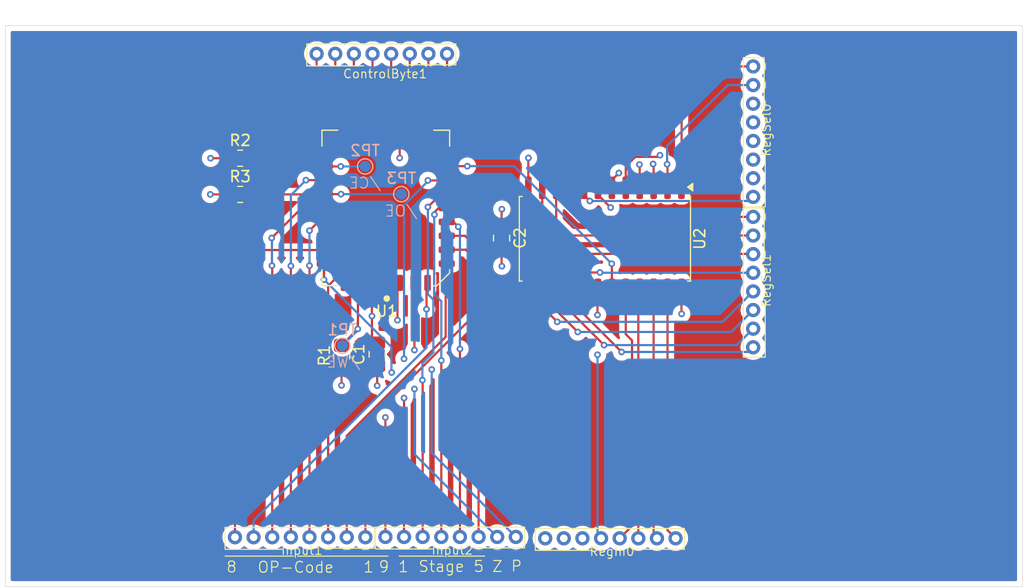
<source format=kicad_pcb>
(kicad_pcb (version 20241229) (generator "pcbnew") (generator_version "9.0")
  (layers (0 "F.Cu" signal) (4 "In1.Cu" signal) (6 "In2.Cu" signal) (2 "B.Cu" signal) (13 "F.Paste" user) (15 "B.Paste" user) (5 "F.SilkS" user "F.Silkscreen") (7 "B.SilkS" user "B.Silkscreen") (1 "F.Mask" user) (3 "B.Mask" user) (25 "Edge.Cuts" user))
  (net 0 "")
  (net 1 "ControlWord4")
  (net 2 "ControlWord7")
  (net 3 "OP_Code_7")
  (net 4 "OP_Code_5")
  (net 5 "ControlWord1")
  (net 6 "OP_Code_1")
  (net 7 "Stage_2")
  (net 9 "GND")
  (net 10 "OP_Code_4")
  (net 11 "Stage_5")
  (net 12 "{slash}CE")
  (net 13 "ControlWord5")
  (net 14 "Stage_1")
  (net 15 "Stage_4")
  (net 16 "{slash}WE")
  (net 17 "ZF")
  (net 18 "OP_Code_3")
  (net 19 "PM")
  (net 20 "Stage_3")
  (net 21 "ControlWord0")
  (net 22 "OP_Code_9")
  (net 23 "OP_Code_2")
  (net 24 "OP_Code_6")
  (net 25 "VCC")
  (net 26 "OP_Code_8")
  (net 27 "{slash}OE")
  (net 28 "ControlWord2")
  (net 29 "ControlWord3")
  (net 31 "ControlWord6")
  (net 32 "{slash}CLK")
  (net 33 "REG4")
  (net 35 "REG1")
  (net 38 "REG2")
  (net 39 "REG0")
  (net 40 "REG3")
  (net 41 "Net-(U2-Y4)")
  (net 42 "Net-(U2-Y1)")
  (net 43 "Net-(U2-Y2)")
  (net 44 "Net-(U2-Y3)")
  (net 45 "Net-(U2-Y0)")
  (net 46 "Net-(U2-Y6)")
  (net 47 "Net-(U2-Y7)")
  (net 48 "Net-(U2-Y5)")
  (net 49 "Net-(U2-Y14)")
  (net 50 "Net-(U2-Y8)")
  (net 51 "Net-(U2-Y10)")
  (net 52 "Net-(U2-Y13)")
  (net 53 "Net-(U2-Y9)")
  (net 54 "Net-(U2-Y11)")
  (net 55 "Net-(U2-Y15)")
  (net 56 "Net-(U2-Y12)")
  (footprint "Other:8 Bit Bus Small" (layer "F.Cu") (at 94.5 61.1 -90)
    (property "Reference" "ControlByte1" (at 1.825 -0.15 0) (layer "F.SilkS") (effects (font (size 0.8 0.8) (thickness 0.1))))
    (property "Value" "~")
    (fp_line (start -0.9 7) (end -0.9 -6.6) (stroke (width 0.1)) (layer "F.SilkS"))
    (fp_line (start 1.1 7) (end -0.9 7) (stroke (width 0.1)) (layer "F.SilkS"))
    (fp_line (start 1.1 1.8) (end 1.1 7) (stroke (width 0.1)) (layer "F.SilkS"))
    (fp_line (start -0.9 -6.6) (end 1 -6.6) (stroke (width 0.1)) (layer "F.SilkS"))
    (fp_line (start 1 -6.6) (end 1 -1.9) (stroke (width 0.1)) (layer "F.SilkS"))
    (pad "1" thru_hole circle (at 0 -5.8 270) (size 1.3 1.3) (drill 0.7) (layers "*.Cu" "*.Mask") (net 21 "ControlWord0"))
    (pad "2" thru_hole circle (at 0 -4.1 270) (size 1.3 1.3) (drill 0.7) (layers "*.Cu" "*.Mask") (net 5 "ControlWord1"))
    (pad "3" thru_hole circle (at 0 -2.4 270) (size 1.3 1.3) (drill 0.7) (layers "*.Cu" "*.Mask") (net 28 "ControlWord2"))
    (pad "4" thru_hole circle (at 0 -0.7 270) (size 1.3 1.3) (drill 0.7) (layers "*.Cu" "*.Mask") (net 29 "ControlWord3"))
    (pad "5" thru_hole circle (at 0 1 270) (size 1.3 1.3) (drill 0.7) (layers "*.Cu" "*.Mask") (net 1 "ControlWord4"))
    (pad "6" thru_hole circle (at 0 2.7 270) (size 1.3 1.3) (drill 0.7) (layers "*.Cu" "*.Mask") (net 13 "ControlWord5"))
    (pad "7" thru_hole circle (at 0 4.4 270) (size 1.3 1.3) (drill 0.7) (layers "*.Cu" "*.Mask") (net 31 "ControlWord6"))
    (pad "8" thru_hole circle (at 0 6.1 270) (size 1.3 1.3) (drill 0.7) (layers "*.Cu" "*.Mask") (net 2 "ControlWord7"))
  )
  (footprint "Package_SO:SOIC-24W_7.5x15.4mm_P1.27mm" (layer "F.Cu") (at 114.7 77.975 -90)
    (property "Reference" "U2" (at 0 -8.65 90) (layer "F.SilkS"))
    (property "Value" "~")
    (fp_line (start -3.86 7.81) (end -3.86 7.545) (stroke (width 0.12)) (layer "F.SilkS"))
    (fp_line (start 0 7.81) (end -3.86 7.81) (stroke (width 0.12)) (layer "F.SilkS"))
    (fp_line (start 0 7.81) (end 3.86 7.81) (stroke (width 0.12)) (layer "F.SilkS"))
    (fp_line (start 3.86 7.81) (end 3.86 7.545) (stroke (width 0.12)) (layer "F.SilkS"))
    (fp_line (start -3.86 -7.81) (end -3.86 -7.545) (stroke (width 0.12)) (layer "F.SilkS"))
    (fp_line (start 0 -7.81) (end -3.86 -7.81) (stroke (width 0.12)) (layer "F.SilkS"))
    (fp_line (start 0 -7.81) (end 3.86 -7.81) (stroke (width 0.12)) (layer "F.SilkS"))
    (fp_line (start 3.86 -7.81) (end 3.86 -7.545) (stroke (width 0.12)) (layer "F.SilkS"))
    (fp_poly (pts (xy -4.7125 -7.545) (xy -5.0525 -8.015) (xy -4.3725 -8.015)) (stroke (width 0.12)) (fill yes) (layer "F.SilkS"))
    (pad "1" smd roundrect (at -4.65 -6.985 270) (size 2.05 0.6) (layers "F.Cu" "F.Mask" "F.Paste") (net 45 "Net-(U2-Y0)"))
    (pad "2" smd roundrect (at -4.65 -5.715 270) (size 2.05 0.6) (layers "F.Cu" "F.Mask" "F.Paste") (net 42 "Net-(U2-Y1)"))
    (pad "3" smd roundrect (at -4.65 -4.445 270) (size 2.05 0.6) (layers "F.Cu" "F.Mask" "F.Paste") (net 43 "Net-(U2-Y2)"))
    (pad "4" smd roundrect (at -4.65 -3.175 270) (size 2.05 0.6) (layers "F.Cu" "F.Mask" "F.Paste") (net 44 "Net-(U2-Y3)"))
    (pad "5" smd roundrect (at -4.65 -1.905 270) (size 2.05 0.6) (layers "F.Cu" "F.Mask" "F.Paste") (net 41 "Net-(U2-Y4)"))
    (pad "6" smd roundrect (at -4.65 -0.635 270) (size 2.05 0.6) (layers "F.Cu" "F.Mask" "F.Paste") (net 48 "Net-(U2-Y5)"))
    (pad "7" smd roundrect (at -4.65 0.635 270) (size 2.05 0.6) (layers "F.Cu" "F.Mask" "F.Paste") (net 46 "Net-(U2-Y6)"))
    (pad "8" smd roundrect (at -4.65 1.905 270) (size 2.05 0.6) (layers "F.Cu" "F.Mask" "F.Paste") (net 47 "Net-(U2-Y7)"))
    (pad "9" smd roundrect (at -4.65 3.175 270) (size 2.05 0.6) (layers "F.Cu" "F.Mask" "F.Paste") (net 50 "Net-(U2-Y8)"))
    (pad "10" smd roundrect (at -4.65 4.445 270) (size 2.05 0.6) (layers "F.Cu" "F.Mask" "F.Paste") (net 53 "Net-(U2-Y9)"))
    (pad "11" smd roundrect (at -4.65 5.715 270) (size 2.05 0.6) (layers "F.Cu" "F.Mask" "F.Paste") (net 51 "Net-(U2-Y10)"))
    (pad "12" smd roundrect (at -4.65 6.985 270) (size 2.05 0.6) (layers "F.Cu" "F.Mask" "F.Paste") (net 9 "GND"))
    (pad "13" smd roundrect (at 4.65 6.985 270) (size 2.05 0.6) (layers "F.Cu" "F.Mask" "F.Paste") (net 54 "Net-(U2-Y11)"))
    (pad "14" smd roundrect (at 4.65 5.715 270) (size 2.05 0.6) (layers "F.Cu" "F.Mask" "F.Paste") (net 56 "Net-(U2-Y12)"))
    (pad "15" smd roundrect (at 4.65 4.445 270) (size 2.05 0.6) (layers "F.Cu" "F.Mask" "F.Paste") (net 52 "Net-(U2-Y13)"))
    (pad "16" smd roundrect (at 4.65 3.175 270) (size 2.05 0.6) (layers "F.Cu" "F.Mask" "F.Paste") (net 49 "Net-(U2-Y14)"))
    (pad "17" smd roundrect (at 4.65 1.905 270) (size 2.05 0.6) (layers "F.Cu" "F.Mask" "F.Paste") (net 55 "Net-(U2-Y15)"))
    (pad "18" smd roundrect (at 4.65 0.635 270) (size 2.05 0.6) (layers "F.Cu" "F.Mask" "F.Paste") (net 33 "REG4"))
    (pad "19" smd roundrect (at 4.65 -0.635 270) (size 2.05 0.6) (layers "F.Cu" "F.Mask" "F.Paste") (net 32 "{slash}CLK"))
    (pad "20" smd roundrect (at 4.65 -1.905 270) (size 2.05 0.6) (layers "F.Cu" "F.Mask" "F.Paste") (net 40 "REG3"))
    (pad "21" smd roundrect (at 4.65 -3.175 270) (size 2.05 0.6) (layers "F.Cu" "F.Mask" "F.Paste") (net 38 "REG2"))
    (pad "22" smd roundrect (at 4.65 -4.445 270) (size 2.05 0.6) (layers "F.Cu" "F.Mask" "F.Paste") (net 35 "REG1"))
    (pad "23" smd roundrect (at 4.65 -5.715 270) (size 2.05 0.6) (layers "F.Cu" "F.Mask" "F.Paste") (net 39 "REG0"))
    (pad "24" smd roundrect (at 4.65 -6.985 270) (size 2.05 0.6) (layers "F.Cu" "F.Mask" "F.Paste") (net 25 "VCC"))
  )
  (footprint "Other:8 Bit Bus Small" (layer "F.Cu") (at 115.35 105.3 -90)
    (property "Reference" "RegIn0" (at 1.2 0 0) (layer "F.SilkS") (effects (font (size 0.8 0.8) (thickness 0.1))))
    (property "Value" "~")
    (fp_line (start -0.9 7) (end -0.9 -6.6) (stroke (width 0.1)) (layer "F.SilkS"))
    (fp_line (start 1.1 7) (end -0.9 7) (stroke (width 0.1)) (layer "F.SilkS"))
    (fp_line (start 1.1 1.8) (end 1.1 7) (stroke (width 0.1)) (layer "F.SilkS"))
    (fp_line (start -0.9 -6.6) (end 1 -6.6) (stroke (width 0.1)) (layer "F.SilkS"))
    (fp_line (start 1 -6.6) (end 1 -1.9) (stroke (width 0.1)) (layer "F.SilkS"))
    (pad "1" thru_hole circle (at 0 -5.8 270) (size 1.3 1.3) (drill 0.7) (layers "*.Cu" "*.Mask") (net 39 "REG0"))
    (pad "2" thru_hole circle (at 0 -4.1 270) (size 1.3 1.3) (drill 0.7) (layers "*.Cu" "*.Mask") (net 35 "REG1"))
    (pad "3" thru_hole circle (at 0 -2.4 270) (size 1.3 1.3) (drill 0.7) (layers "*.Cu" "*.Mask") (net 38 "REG2"))
    (pad "4" thru_hole circle (at 0 -0.7 270) (size 1.3 1.3) (drill 0.7) (layers "*.Cu" "*.Mask") (net 40 "REG3"))
    (pad "5" thru_hole circle (at 0 1 270) (size 1.3 1.3) (drill 0.7) (layers "*.Cu" "*.Mask") (net 33 "REG4"))
    (pad "6" thru_hole circle (at 0 2.7 270) (size 1.3 1.3) (drill 0.7) (layers "*.Cu" "*.Mask"))
    (pad "7" thru_hole circle (at 0 4.4 270) (size 1.3 1.3) (drill 0.7) (layers "*.Cu" "*.Mask"))
    (pad "8" thru_hole circle (at 0 6.1 270) (size 1.3 1.3) (drill 0.7) (layers "*.Cu" "*.Mask"))
  )
  (footprint "Resistor_SMD:R_0805_2012Metric_Pad1.20x1.40mm_HandSolder" (layer "F.Cu") (at 90.675 88.7 -90)
    (property "Reference" "R1" (at -0.075 1.575 90) (layer "F.SilkS"))
    (property "Value" "330Ω")
    (fp_line (start -0.227064 0.735) (end 0.227064 0.735) (stroke (width 0.12)) (layer "F.SilkS"))
    (fp_line (start -0.227064 -0.735) (end 0.227064 -0.735) (stroke (width 0.12)) (layer "F.SilkS"))
    (pad "1" smd roundrect (at -1 0 270) (size 1.2 1.4) (layers "F.Cu" "F.Mask" "F.Paste") (roundrect_rratio 0.208333) (net 16 "{slash}WE"))
    (pad "2" smd roundrect (at 1 0 270) (size 1.2 1.4) (layers "F.Cu" "F.Mask" "F.Paste") (roundrect_rratio 0.208333) (net 25 "VCC"))
  )
  (footprint "Other:8 Bit Bus Small" (layer "F.Cu") (at 100.775 105.175 -90)
    (property "Reference" "Input2" (at 1.2 0 0) (layer "F.SilkS") (effects (font (size 0.8 0.8) (thickness 0.1))))
    (property "Value" "~")
    (fp_line (start -0.9 7) (end -0.9 -6.6) (stroke (width 0.1)) (layer "F.SilkS"))
    (fp_line (start 1.1 7) (end -0.9 7) (stroke (width 0.1)) (layer "F.SilkS"))
    (fp_line (start 1.1 1.8) (end 1.1 7) (stroke (width 0.1)) (layer "F.SilkS"))
    (fp_line (start -0.9 -6.6) (end 1 -6.6) (stroke (width 0.1)) (layer "F.SilkS"))
    (fp_line (start 1 -6.6) (end 1 -1.9) (stroke (width 0.1)) (layer "F.SilkS"))
    (pad "1" thru_hole circle (at 0 -5.8 270) (size 1.3 1.3) (drill 0.7) (layers "*.Cu" "*.Mask") (net 19 "PM"))
    (pad "2" thru_hole circle (at 0 -4.1 270) (size 1.3 1.3) (drill 0.7) (layers "*.Cu" "*.Mask") (net 17 "ZF"))
    (pad "3" thru_hole circle (at 0 -2.4 270) (size 1.3 1.3) (drill 0.7) (layers "*.Cu" "*.Mask") (net 11 "Stage_5"))
    (pad "4" thru_hole circle (at 0 -0.7 270) (size 1.3 1.3) (drill 0.7) (layers "*.Cu" "*.Mask") (net 15 "Stage_4"))
    (pad "5" thru_hole circle (at 0 1 270) (size 1.3 1.3) (drill 0.7) (layers "*.Cu" "*.Mask") (net 20 "Stage_3"))
    (pad "6" thru_hole circle (at 0 2.7 270) (size 1.3 1.3) (drill 0.7) (layers "*.Cu" "*.Mask") (net 7 "Stage_2"))
    (pad "7" thru_hole circle (at 0 4.4 270) (size 1.3 1.3) (drill 0.7) (layers "*.Cu" "*.Mask") (net 14 "Stage_1"))
    (pad "8" thru_hole circle (at 0 6.1 270) (size 1.3 1.3) (drill 0.7) (layers "*.Cu" "*.Mask") (net 22 "OP_Code_9"))
  )
  (footprint "Resistor_SMD:R_0805_2012Metric_Pad1.20x1.40mm_HandSolder" (layer "F.Cu") (at 81.425 70.625 180)
    (property "Reference" "R2" (at 0 1.625 0) (layer "F.SilkS"))
    (property "Value" "330Ω")
    (fp_line (start -0.227064 0.735) (end 0.227064 0.735) (stroke (width 0.12)) (layer "F.SilkS"))
    (fp_line (start -0.227064 -0.735) (end 0.227064 -0.735) (stroke (width 0.12)) (layer "F.SilkS"))
    (pad "1" smd roundrect (at -1 0 180) (size 1.2 1.4) (layers "F.Cu" "F.Mask" "F.Paste") (roundrect_rratio 0.208333) (net 12 "{slash}CE"))
    (pad "2" smd roundrect (at 1 0 180) (size 1.2 1.4) (layers "F.Cu" "F.Mask" "F.Paste") (roundrect_rratio 0.208333) (net 9 "GND"))
  )
  (footprint "Capacitor_SMD:C_0805_2012Metric_Pad1.18x1.45mm_HandSolder" (layer "F.Cu") (at 93.925 88.5125 90)
    (property "Reference" "C1" (at 0 -1.68 90) (layer "F.SilkS"))
    (property "Value" "0.1µF")
    (fp_line (start -0.261252 -0.735) (end 0.261252 -0.735) (stroke (width 0.12)) (layer "F.SilkS"))
    (fp_line (start -0.261252 0.735) (end 0.261252 0.735) (stroke (width 0.12)) (layer "F.SilkS"))
    (pad "1" smd roundrect (at -1.0375 0 90) (size 1.175 1.45) (layers "F.Cu" "F.Mask" "F.Paste") (roundrect_rratio 0.212766) (net 9 "GND"))
    (pad "2" smd roundrect (at 1.0375 0 90) (size 1.175 1.45) (layers "F.Cu" "F.Mask" "F.Paste") (roundrect_rratio 0.212766) (net 25 "VCC"))
  )
  (footprint "Other:8 Bit Bus Small" (layer "F.Cu") (at 128.225 68.05)
    (property "Reference" "RegSel0" (at 1.2 0 90) (layer "F.SilkS") (effects (font (size 0.8 0.8) (thickness 0.1))))
    (property "Value" "~")
    (fp_line (start -0.9 -6.6) (end 1 -6.6) (stroke (width 0.1)) (layer "F.SilkS"))
    (fp_line (start -0.9 7) (end -0.9 -6.6) (stroke (width 0.1)) (layer "F.SilkS"))
    (fp_line (start 1 -6.6) (end 1 -1.9) (stroke (width 0.1)) (layer "F.SilkS"))
    (fp_line (start 1.1 1.8) (end 1.1 7) (stroke (width 0.1)) (layer "F.SilkS"))
    (fp_line (start 1.1 7) (end -0.9 7) (stroke (width 0.1)) (layer "F.SilkS"))
    (pad "1" thru_hole circle (at 0 -5.8) (size 1.3 1.3) (drill 0.7) (layers "*.Cu" "*.Mask") (net 45 "Net-(U2-Y0)"))
    (pad "2" thru_hole circle (at 0 -4.1) (size 1.3 1.3) (drill 0.7) (layers "*.Cu" "*.Mask") (net 42 "Net-(U2-Y1)"))
    (pad "3" thru_hole circle (at 0 -2.4) (size 1.3 1.3) (drill 0.7) (layers "*.Cu" "*.Mask") (net 43 "Net-(U2-Y2)"))
    (pad "4" thru_hole circle (at 0 -0.7) (size 1.3 1.3) (drill 0.7) (layers "*.Cu" "*.Mask") (net 44 "Net-(U2-Y3)"))
    (pad "5" thru_hole circle (at 0 1) (size 1.3 1.3) (drill 0.7) (layers "*.Cu" "*.Mask") (net 41 "Net-(U2-Y4)"))
    (pad "6" thru_hole circle (at 0 2.7) (size 1.3 1.3) (drill 0.7) (layers "*.Cu" "*.Mask") (net 48 "Net-(U2-Y5)"))
    (pad "7" thru_hole circle (at 0 4.4) (size 1.3 1.3) (drill 0.7) (layers "*.Cu" "*.Mask") (net 46 "Net-(U2-Y6)"))
    (pad "8" thru_hole circle (at 0 6.1) (size 1.3 1.3) (drill 0.7) (layers "*.Cu" "*.Mask") (net 47 "Net-(U2-Y7)"))
  )
  (footprint "Package_LCC:PLCC-32_11.4x14.0mm_P1.27mm" (layer "F.Cu") (at 94.71 75.1625 180)
    (property "Reference" "U1" (at -0.09 -9.4125 0) (layer "F.SilkS"))
    (property "Value" "~")
    (fp_line (start 5.825 7.095) (end 5.825 5.64) (stroke (width 0.12)) (layer "F.SilkS"))
    (fp_line (start 5.825 -7.095) (end 5.825 -5.64) (stroke (width 0.12)) (layer "F.SilkS"))
    (fp_line (start 4.37 7.095) (end 5.825 7.095) (stroke (width 0.12)) (layer "F.SilkS"))
    (fp_line (start 4.37 -7.095) (end 5.825 -7.095) (stroke (width 0.12)) (layer "F.SilkS"))
    (fp_line (start -4.37 7.095) (end -5.825 7.095) (stroke (width 0.12)) (layer "F.SilkS"))
    (fp_line (start -4.37 -7.095) (end -4.652782 -7.095) (stroke (width 0.12)) (layer "F.SilkS"))
    (fp_line (start -4.652782 -7.095) (end -5.825 -5.922782) (stroke (width 0.12)) (layer "F.SilkS"))
    (fp_line (start -5.825 7.095) (end -5.825 5.64) (stroke (width 0.12)) (layer "F.SilkS"))
    (fp_line (start -5.825 -5.922782) (end -5.825 -5.64) (stroke (width 0.12)) (layer "F.SilkS"))
    (pad "1" smd roundrect (at 0 -6.8375 180) (size 0.6 1.475) (layers "F.Cu" "F.Mask" "F.Paste"))
    (pad "2" smd roundrect (at -1.27 -6.8375 180) (size 0.6 1.475) (layers "F.Cu" "F.Mask" "F.Paste") (net 19 "PM"))
    (pad "3" smd roundrect (at -2.54 -6.8375 180) (size 0.6 1.475) (layers "F.Cu" "F.Mask" "F.Paste") (net 17 "ZF"))
    (pad "4" smd roundrect (at -3.81 -6.8375 180) (size 0.6 1.475) (layers "F.Cu" "F.Mask" "F.Paste") (net 3 "OP_Code_7"))
    (pad "5" smd roundrect (at -5.5625 -5.08 180) (size 1.475 0.6) (layers "F.Cu" "F.Mask" "F.Paste") (net 23 "OP_Code_2"))
    (pad "6" smd roundrect (at -5.5625 -3.81 180) (size 1.475 0.6) (layers "F.Cu" "F.Mask" "F.Paste") (net 6 "OP_Code_1"))
    (pad "7" smd roundrect (at -5.5625 -2.54 180) (size 1.475 0.6) (layers "F.Cu" "F.Mask" "F.Paste") (net 11 "Stage_5"))
    (pad "8" smd roundrect (at -5.5625 -1.27 180) (size 1.475 0.6) (layers "F.Cu" "F.Mask" "F.Paste") (net 15 "Stage_4"))
    (pad "9" smd roundrect (at -5.5625 0 180) (size 1.475 0.6) (layers "F.Cu" "F.Mask" "F.Paste") (net 20 "Stage_3"))
    (pad "10" smd roundrect (at -5.5625 1.27 180) (size 1.475 0.6) (layers "F.Cu" "F.Mask" "F.Paste") (net 7 "Stage_2"))
    (pad "11" smd roundrect (at -5.5625 2.54 180) (size 1.475 0.6) (layers "F.Cu" "F.Mask" "F.Paste") (net 14 "Stage_1"))
    (pad "12" smd roundrect (at -5.5625 3.81 180) (size 1.475 0.6) (layers "F.Cu" "F.Mask" "F.Paste") (net 32 "{slash}CLK"))
    (pad "13" smd roundrect (at -5.5625 5.08 180) (size 1.475 0.6) (layers "F.Cu" "F.Mask" "F.Paste") (net 21 "ControlWord0"))
    (pad "14" smd roundrect (at -3.81 6.8375 180) (size 0.6 1.475) (layers "F.Cu" "F.Mask" "F.Paste") (net 5 "ControlWord1"))
    (pad "15" smd roundrect (at -2.54 6.8375 180) (size 0.6 1.475) (layers "F.Cu" "F.Mask" "F.Paste") (net 28 "ControlWord2"))
    (pad "16" smd roundrect (at -1.27 6.8375 180) (size 0.6 1.475) (layers "F.Cu" "F.Mask" "F.Paste") (net 9 "GND"))
    (pad "17" smd roundrect (at 0 6.8375 180) (size 0.6 1.475) (layers "F.Cu" "F.Mask" "F.Paste") (net 29 "ControlWord3"))
    (pad "18" smd roundrect (at 1.27 6.8375 180) (size 0.6 1.475) (layers "F.Cu" "F.Mask" "F.Paste") (net 1 "ControlWord4"))
    (pad "19" smd roundrect (at 2.54 6.8375 180) (size 0.6 1.475) (layers "F.Cu" "F.Mask" "F.Paste") (net 13 "ControlWord5"))
    (pad "20" smd roundrect (at 3.81 6.8375 180) (size 0.6 1.475) (layers "F.Cu" "F.Mask" "F.Paste") (net 31 "ControlWord6"))
    (pad "21" smd roundrect (at 5.5625 5.08 180) (size 1.475 0.6) (layers "F.Cu" "F.Mask" "F.Paste") (net 2 "ControlWord7"))
    (pad "22" smd roundrect (at 5.5625 3.81 180) (size 1.475 0.6) (layers "F.Cu" "F.Mask" "F.Paste") (net 12 "{slash}CE"))
    (pad "23" smd roundrect (at 5.5625 2.54 180) (size 1.475 0.6) (layers "F.Cu" "F.Mask" "F.Paste") (net 4 "OP_Code_5"))
    (pad "24" smd roundrect (at 5.5625 1.27 180) (size 1.475 0.6) (layers "F.Cu" "F.Mask" "F.Paste") (net 27 "{slash}OE"))
    (pad "25" smd roundrect (at 5.5625 0 180) (size 1.475 0.6) (layers "F.Cu" "F.Mask" "F.Paste") (net 24 "OP_Code_6"))
    (pad "26" smd roundrect (at 5.5625 -1.27 180) (size 1.475 0.6) (layers "F.Cu" "F.Mask" "F.Paste") (net 10 "OP_Code_4"))
    (pad "27" smd roundrect (at 5.5625 -2.54 180) (size 1.475 0.6) (layers "F.Cu" "F.Mask" "F.Paste") (net 18 "OP_Code_3"))
    (pad "28" smd roundrect (at 5.5625 -3.81 180) (size 1.475 0.6) (layers "F.Cu" "F.Mask" "F.Paste") (net 26 "OP_Code_8"))
    (pad "29" smd roundrect (at 5.5625 -5.08 180) (size 1.475 0.6) (layers "F.Cu" "F.Mask" "F.Paste") (net 22 "OP_Code_9"))
    (pad "30" smd roundrect (at 3.81 -6.8375 180) (size 0.6 1.475) (layers "F.Cu" "F.Mask" "F.Paste"))
    (pad "31" smd roundrect (at 2.54 -6.8375 180) (size 0.6 1.475) (layers "F.Cu" "F.Mask" "F.Paste") (net 16 "{slash}WE"))
    (pad "32" smd roundrect (at 1.27 -6.8375 180) (size 0.6 1.475) (layers "F.Cu" "F.Mask" "F.Paste") (net 25 "VCC"))
  )
  (footprint "Other:8 Bit Bus Small" (layer "F.Cu") (at 87.05 105.2 -90)
    (property "Reference" "Input1" (at 1.2 0 0) (layer "F.SilkS") (effects (font (size 0.8 0.8) (thickness 0.1))))
    (property "Value" "~")
    (fp_line (start -0.9 7) (end -0.9 -6.6) (stroke (width 0.1)) (layer "F.SilkS"))
    (fp_line (start 1.1 7) (end -0.9 7) (stroke (width 0.1)) (layer "F.SilkS"))
    (fp_line (start 1.1 1.8) (end 1.1 7) (stroke (width 0.1)) (layer "F.SilkS"))
    (fp_line (start -0.9 -6.6) (end 1 -6.6) (stroke (width 0.1)) (layer "F.SilkS"))
    (fp_line (start 1 -6.6) (end 1 -1.9) (stroke (width 0.1)) (layer "F.SilkS"))
    (pad "1" thru_hole circle (at 0 -5.8 270) (size 1.3 1.3) (drill 0.7) (layers "*.Cu" "*.Mask") (net 6 "OP_Code_1"))
    (pad "2" thru_hole circle (at 0 -4.1 270) (size 1.3 1.3) (drill 0.7) (layers "*.Cu" "*.Mask") (net 23 "OP_Code_2"))
    (pad "3" thru_hole circle (at 0 -2.4 270) (size 1.3 1.3) (drill 0.7) (layers "*.Cu" "*.Mask") (net 18 "OP_Code_3"))
    (pad "4" thru_hole circle (at 0 -0.7 270) (size 1.3 1.3) (drill 0.7) (layers "*.Cu" "*.Mask") (net 10 "OP_Code_4"))
    (pad "5" thru_hole circle (at 0 1 270) (size 1.3 1.3) (drill 0.7) (layers "*.Cu" "*.Mask") (net 4 "OP_Code_5"))
    (pad "6" thru_hole circle (at 0 2.7 270) (size 1.3 1.3) (drill 0.7) (layers "*.Cu" "*.Mask") (net 24 "OP_Code_6"))
    (pad "7" thru_hole circle (at 0 4.4 270) (size 1.3 1.3) (drill 0.7) (layers "*.Cu" "*.Mask") (net 3 "OP_Code_7"))
    (pad "8" thru_hole circle (at 0 6.1 270) (size 1.3 1.3) (drill 0.7) (layers "*.Cu" "*.Mask") (net 26 "OP_Code_8"))
  )
  (footprint "Capacitor_SMD:C_0805_2012Metric_Pad1.18x1.45mm_HandSolder" (layer "F.Cu") (at 105.275 77.9125 -90)
    (property "Reference" "C2" (at 0 -1.68 90) (layer "F.SilkS"))
    (property "Value" "0.1µF")
    (fp_line (start -0.261252 0.735) (end 0.261252 0.735) (stroke (width 0.12)) (layer "F.SilkS"))
    (fp_line (start -0.261252 -0.735) (end 0.261252 -0.735) (stroke (width 0.12)) (layer "F.SilkS"))
    (pad "1" smd roundrect (at -1.0375 0 270) (size 1.175 1.45) (layers "F.Cu" "F.Mask" "F.Paste") (roundrect_rratio 0.212766) (net 9 "GND"))
    (pad "2" smd roundrect (at 1.0375 0 270) (size 1.175 1.45) (layers "F.Cu" "F.Mask" "F.Paste") (roundrect_rratio 0.212766) (net 25 "VCC"))
  )
  (footprint "Resistor_SMD:R_0805_2012Metric_Pad1.20x1.40mm_HandSolder" (layer "F.Cu") (at 81.425 73.925 180)
    (property "Reference" "R3" (at 0 1.625 0) (layer "F.SilkS"))
    (property "Value" "330Ω")
    (fp_line (start -0.227064 0.735) (end 0.227064 0.735) (stroke (width 0.12)) (layer "F.SilkS"))
    (fp_line (start -0.227064 -0.735) (end 0.227064 -0.735) (stroke (width 0.12)) (layer "F.SilkS"))
    (pad "1" smd roundrect (at -1 0 180) (size 1.2 1.4) (layers "F.Cu" "F.Mask" "F.Paste") (roundrect_rratio 0.208333) (net 27 "{slash}OE"))
    (pad "2" smd roundrect (at 1 0 180) (size 1.2 1.4) (layers "F.Cu" "F.Mask" "F.Paste") (roundrect_rratio 0.208333) (net 9 "GND"))
  )
  (footprint "Other:8 Bit Bus Small" (layer "F.Cu") (at 128.225 81.775)
    (property "Reference" "RegSel1" (at 1.2 0 90) (layer "F.SilkS") (effects (font (size 0.8 0.8) (thickness 0.1))))
    (property "Value" "~")
    (fp_line (start -0.9 -6.6) (end 1 -6.6) (stroke (width 0.1)) (layer "F.SilkS"))
    (fp_line (start -0.9 7) (end -0.9 -6.6) (stroke (width 0.1)) (layer "F.SilkS"))
    (fp_line (start 1 -6.6) (end 1 -1.9) (stroke (width 0.1)) (layer "F.SilkS"))
    (fp_line (start 1.1 1.8) (end 1.1 7) (stroke (width 0.1)) (layer "F.SilkS"))
    (fp_line (start 1.1 7) (end -0.9 7) (stroke (width 0.1)) (layer "F.SilkS"))
    (pad "1" thru_hole circle (at 0 -5.8) (size 1.3 1.3) (drill 0.7) (layers "*.Cu" "*.Mask") (net 50 "Net-(U2-Y8)"))
    (pad "2" thru_hole circle (at 0 -4.1) (size 1.3 1.3) (drill 0.7) (layers "*.Cu" "*.Mask") (net 53 "Net-(U2-Y9)"))
    (pad "3" thru_hole circle (at 0 -2.4) (size 1.3 1.3) (drill 0.7) (layers "*.Cu" "*.Mask") (net 51 "Net-(U2-Y10)"))
    (pad "4" thru_hole circle (at 0 -0.7) (size 1.3 1.3) (drill 0.7) (layers "*.Cu" "*.Mask") (net 54 "Net-(U2-Y11)"))
    (pad "5" thru_hole circle (at 0 1) (size 1.3 1.3) (drill 0.7) (layers "*.Cu" "*.Mask") (net 56 "Net-(U2-Y12)"))
    (pad "6" thru_hole circle (at 0 2.7) (size 1.3 1.3) (drill 0.7) (layers "*.Cu" "*.Mask") (net 52 "Net-(U2-Y13)"))
    (pad "7" thru_hole circle (at 0 4.4) (size 1.3 1.3) (drill 0.7) (layers "*.Cu" "*.Mask") (net 49 "Net-(U2-Y14)"))
    (pad "8" thru_hole circle (at 0 6.1) (size 1.3 1.3) (drill 0.7) (layers "*.Cu" "*.Mask") (net 55 "Net-(U2-Y15)"))
  )
  (footprint "TestPoint:TestPoint_Pad_D1.0mm" (layer "B.Cu") (at 92.825 71.375 180)
    (property "Reference" "TP2" (at 0 1.448 0) (layer "B.SilkS") (effects (justify mirror)))
    (property "Value" "/CE")
    (fp_circle (center 0 0) (end 0 -0.7) (stroke (width 0.12)) (fill no) (layer "B.SilkS"))
    (pad "1" smd circle (at 0 0 180) (size 1 1) (layers "B.Cu" "B.Mask") (net 12 "{slash}CE"))
  )
  (footprint "TestPoint:TestPoint_Pad_D1.0mm" (layer "B.Cu") (at 90.75 87.725 180)
    (property "Reference" "TP1" (at 0 1.448 0) (layer "B.SilkS") (effects (justify mirror)))
    (property "Value" "/WE")
    (fp_circle (center 0 0) (end 0 -0.7) (stroke (width 0.12)) (fill no) (layer "B.SilkS"))
    (pad "1" smd circle (at 0 0 180) (size 1 1) (layers "B.Cu" "B.Mask") (net 16 "{slash}WE"))
  )
  (footprint "TestPoint:TestPoint_Pad_D1.0mm" (layer "B.Cu") (at 96.125 73.9 180)
    (property "Reference" "TP3" (at 0 1.448 0) (layer "B.SilkS") (effects (justify mirror)))
    (property "Value" "/OE")
    (fp_circle (center 0 0) (end 0 -0.7) (stroke (width 0.12)) (fill no) (layer "B.SilkS"))
    (pad "1" smd circle (at 0 0 180) (size 1 1) (layers "B.Cu" "B.Mask") (net 27 "{slash}OE"))
  )
  (gr_line (start 86.675 106.925) (end 94.9 106.925) (stroke (width 0.1)) (layer "F.SilkS"))
  (gr_circle (center 94.8 83.425) (end 95 83.575) (stroke (width 0.1)) (fill yes) (layer "F.SilkS"))
  (gr_line (start 100.375 106.925) (end 103.725 106.925) (stroke (width 0.1)) (layer "F.SilkS"))
  (gr_line (start 95.925 106.925) (end 100 106.925) (stroke (width 0.1)) (layer "F.SilkS"))
  (gr_line (start 80.05 106.925) (end 86.275 106.925) (stroke (width 0.1)) (layer "F.SilkS"))
  (gr_rect (start 60 58.525) (end 152.8 109.7) (stroke (width 0.05)) (fill no) (layer "Edge.Cuts"))
  (gr_text "9" (at 94 108.475 0) (layer "F.SilkS") (effects (font (size 1 1) (thickness 0.1)) (justify left bottom)))
  (gr_text "P" (at 106.075 108.425 0) (layer "F.SilkS") (effects (font (size 1 1) (thickness 0.1)) (justify left bottom)))
  (gr_text "8" (at 80.1 108.5 0) (layer "F.SilkS") (effects (font (size 1 1) (thickness 0.1)) (justify left bottom)))
  (gr_text "5" (at 102.65 108.45 0) (layer "F.SilkS") (effects (font (size 1 1) (thickness 0.1)) (justify left bottom)))
  (gr_text "Z" (at 104.35 108.45 0) (layer "F.SilkS") (effects (font (size 1 1) (thickness 0.1)) (justify left bottom)))
  (gr_text "1" (at 92.6 108.5 0) (layer "F.SilkS") (effects (font (size 1 1) (thickness 0.1)) (justify left bottom)))
  (gr_text "OP-Code" (at 82.95 108.525 0) (layer "F.SilkS") (effects (font (size 1 1) (thickness 0.1)) (justify left bottom)))
  (gr_text "1" (at 95.775 108.475 0) (layer "F.SilkS") (effects (font (size 1 1) (thickness 0.1)) (justify left bottom)))
  (gr_text "Stage" (at 97.625 108.45 0) (layer "F.SilkS") (effects (font (size 1 1) (thickness 0.1)) (justify left bottom)))
  (gr_text "/OE" (at 97.675 76.025 0) (layer "B.SilkS") (effects (font (size 1 1) (thickness 0.1)) (justify left bottom mirror)))
  (gr_text "/CE" (at 94.35 73.475 -0) (layer "B.SilkS") (effects (font (size 1 1) (thickness 0.1)) (justify left bottom mirror)))
  (gr_text "/WE" (at 92.475 89.802064 -0) (layer "B.SilkS") (effects (font (size 1 1) (thickness 0.1)) (justify left bottom mirror)))
  (segment (start 93.5 68.265) (end 93.44 68.325) (width 0.2) (layer "F.Cu") (net 1))
  (segment (start 93.5 61.1) (end 93.5 68.265) (width 0.2) (layer "F.Cu") (net 1))
  (segment (start 88.4 61.1) (end 88.4 69.335) (width 0.2) (layer "F.Cu") (net 2))
  (segment (start 88.4 69.335) (end 89.1475 70.0825) (width 0.2) (layer "F.Cu") (net 2))
  (segment (start 98.425 82.095) (end 98.52 82) (width 0.2) (layer "F.Cu") (net 3))
  (segment (start 98.425 84.4) (end 98.425 82.095) (width 0.2) (layer "F.Cu") (net 3))
  (segment (start 98.525 82.005) (end 98.52 82) (width 0.2) (layer "F.Cu") (net 3))
  (via (at 98.425 84.4) (size 0.6) (drill 0.3) (layers "F.Cu" "B.Cu") (net 3))
  (segment (start 82.65 103.675) (end 98.425 87.9) (width 0.2) (layer "B.Cu") (net 3))
  (segment (start 82.65 105.2) (end 82.65 103.675) (width 0.2) (layer "B.Cu") (net 3))
  (segment (start 98.425 87.9) (end 98.425 84.4) (width 0.2) (layer "B.Cu") (net 3))
  (segment (start 87.425 72.625) (end 89.145 72.625) (width 0.2) (layer "F.Cu") (net 4))
  (segment (start 86.05 105.2) (end 86.05 80.45) (width 0.2) (layer "F.Cu") (net 4))
  (segment (start 89.145 72.625) (end 89.1475 72.6225) (width 0.2) (layer "F.Cu") (net 4))
  (via (at 86.05 80.45) (size 0.6) (drill 0.3) (layers "F.Cu" "B.Cu") (net 4))
  (via (at 87.425 72.625) (size 0.6) (drill 0.3) (layers "F.Cu" "B.Cu") (net 4))
  (segment (start 86.05 80.45) (end 86.05 74) (width 0.2) (layer "B.Cu") (net 4))
  (segment (start 86.05 74) (end 87.425 72.625) (width 0.2) (layer "B.Cu") (net 4))
  (segment (start 98.6 68.245) (end 98.52 68.325) (width 0.2) (layer "F.Cu") (net 5))
  (segment (start 98.6 61.1) (end 98.6 68.245) (width 0.2) (layer "F.Cu") (net 5))
  (segment (start 100.2725 78.9725) (end 101.9975 78.9725) (width 0.2) (layer "F.Cu") (net 6))
  (segment (start 92.85 94.875) (end 92.85 105.2) (width 0.2) (layer "F.Cu") (net 6))
  (segment (start 102.675 79.65) (end 102.675 85.05) (width 0.2) (layer "F.Cu") (net 6))
  (segment (start 102.675 85.05) (end 92.85 94.875) (width 0.2) (layer "F.Cu") (net 6))
  (segment (start 101.9975 78.9725) (end 102.675 79.65) (width 0.2) (layer "F.Cu") (net 6))
  (segment (start 99.7325 73.8925) (end 100.2725 73.8925) (width 0.2) (layer "F.Cu") (net 7))
  (segment (start 98.075 90.9) (end 98.05 90.875) (width 0.2) (layer "F.Cu") (net 7))
  (segment (start 98.075 105.175) (end 98.075 90.9) (width 0.2) (layer "F.Cu") (net 7))
  (segment (start 98.55 75.075) (end 99.7325 73.8925) (width 0.2) (layer "F.Cu") (net 7))
  (via (at 98.05 90.875) (size 0.6) (drill 0.3) (layers "F.Cu" "B.Cu") (net 7))
  (via (at 98.55 75.075) (size 0.6) (drill 0.3) (layers "F.Cu" "B.Cu") (net 7))
  (segment (start 98.05 90.875) (end 98.05 89.325) (width 0.2) (layer "B.Cu") (net 7))
  (segment (start 98.55 83.025) (end 98.55 76.7) (width 0.2) (layer "B.Cu") (net 7))
  (segment (start 98.55 76.7) (end 98.55 75.075) (width 0.2) (layer "B.Cu") (net 7))
  (segment (start 98.05 89.325) (end 99.05 88.325) (width 0.2) (layer "B.Cu") (net 7))
  (segment (start 99.05 88.325) (end 99.05 83.525) (width 0.2) (layer "B.Cu") (net 7))
  (segment (start 99.05 83.525) (end 98.55 83.025) (width 0.2) (layer "B.Cu") (net 7))
  (segment (start 105.275 76.875) (end 105.275 75.3) (width 0.2) (layer "F.Cu") (net 9))
  (segment (start 93.925 89.55) (end 93.925 91.375) (width 0.2) (layer "F.Cu") (net 9))
  (segment (start 80.425 73.925) (end 78.7 73.925) (width 0.2) (layer "F.Cu") (net 9))
  (segment (start 107.715 70.61) (end 107.725 70.6) (width 0.2) (layer "F.Cu") (net 9))
  (segment (start 80.425 70.625) (end 78.725 70.625) (width 0.2) (layer "F.Cu") (net 9))
  (segment (start 95.98 70.595) (end 95.975 70.6) (width 0.2) (layer "F.Cu") (net 9))
  (segment (start 107.715 73.325) (end 107.715 70.61) (width 0.2) (layer "F.Cu") (net 9))
  (segment (start 105.275 75.3) (end 105.3 75.275) (width 0.2) (layer "F.Cu") (net 9))
  (segment (start 95.98 68.325) (end 95.98 70.595) (width 0.2) (layer "F.Cu") (net 9))
  (via (at 105.3 75.275) (size 0.6) (drill 0.3) (layers "F.Cu" "B.Cu") (net 9))
  (via (at 78.725 70.625) (size 0.6) (drill 0.3) (layers "F.Cu" "B.Cu") (net 9))
  (via (at 93.925 91.375) (size 0.6) (drill 0.3) (layers "F.Cu" "B.Cu") (net 9))
  (via (at 107.725 70.6) (size 0.6) (drill 0.3) (layers "F.Cu" "B.Cu") (net 9))
  (via (at 78.7 73.925) (size 0.6) (drill 0.3) (layers "F.Cu" "B.Cu") (net 9))
  (via (at 95.975 70.6) (size 0.6) (drill 0.3) (layers "F.Cu" "B.Cu") (net 9))
  (segment (start 89.1475 76.4325) (end 88.5425 76.4325) (width 0.2) (layer "F.Cu") (net 10))
  (segment (start 89.215 76.5) (end 89.1475 76.4325) (width 0.2) (layer "F.Cu") (net 10))
  (segment (start 88.5425 76.4325) (end 87.75 77.225) (width 0.2) (layer "F.Cu") (net 10))
  (segment (start 87.75 105.2) (end 87.75 80.425) (width 0.2) (layer "F.Cu") (net 10))
  (via (at 87.75 80.425) (size 0.6) (drill 0.3) (layers "F.Cu" "B.Cu") (net 10))
  (via (at 87.75 77.225) (size 0.6) (drill 0.3) (layers "F.Cu" "B.Cu") (net 10))
  (segment (start 87.75 80.425) (end 87.75 77.225) (width 0.2) (layer "B.Cu") (net 10))
  (segment (start 103.175 78.95) (end 101.9275 77.7025) (width 0.2) (layer "F.Cu") (net 11))
  (segment (start 103.175 105.175) (end 103.175 78.95) (width 0.2) (layer "F.Cu") (net 11))
  (segment (start 101.9275 77.7025) (end 100.2725 77.7025) (width 0.2) (layer "F.Cu") (net 11))
  (segment (start 89.17 71.375) (end 89.1475 71.3525) (width 0.2) (layer "F.Cu") (net 12))
  (segment (start 83.1525 71.3525) (end 82.425 70.625) (width 0.2) (layer "F.Cu") (net 12))
  (segment (start 90.6 71.375) (end 89.17 71.375) (width 0.2) (layer "F.Cu") (net 12))
  (segment (start 89.1475 71.3525) (end 83.1525 71.3525) (width 0.2) (layer "F.Cu") (net 12))
  (via (at 90.6 71.375) (size 0.6) (drill 0.3) (layers "F.Cu" "B.Cu") (net 12))
  (segment (start 92.825 71.375) (end 90.6 71.375) (width 0.2) (layer "B.Cu") (net 12))
  (segment (start 91.8 61.1) (end 91.8 67.955) (width 0.2) (layer "F.Cu") (net 13))
  (segment (start 91.8 67.955) (end 92.17 68.325) (width 0.2) (layer "F.Cu") (net 13))
  (segment (start 98.55 72.65) (end 100.245 72.65) (width 0.2) (layer "F.Cu") (net 14))
  (segment (start 96.375 105.175) (end 96.375 92.5) (width 0.2) (layer "F.Cu") (net 14))
  (segment (start 100.245 72.65) (end 100.2725 72.6225) (width 0.2) (layer "F.Cu") (net 14))
  (via (at 96.375 92.5) (size 0.6) (drill 0.3) (layers "F.Cu" "B.Cu") (net 14))
  (via (at 96.375 88.925) (size 0.6) (drill 0.3) (layers "F.Cu" "B.Cu") (net 14))
  (via (at 98.55 72.65) (size 0.6) (drill 0.3) (layers "F.Cu" "B.Cu") (net 14))
  (segment (start 96.375 74.9) (end 96.375 88.925) (width 0.2) (layer "B.Cu") (net 14))
  (segment (start 98.55 72.725) (end 96.375 74.9) (width 0.2) (layer "B.Cu") (net 14))
  (segment (start 98.55 72.65) (end 98.55 72.725) (width 0.2) (layer "B.Cu") (net 14))
  (segment (start 100.8825 76.4325) (end 100.2725 76.4325) (width 0.2) (layer "F.Cu") (net 15))
  (segment (start 101.325 76.875) (end 100.8825 76.4325) (width 0.2) (layer "F.Cu") (net 15))
  (segment (start 101.475 88.025) (end 101.475 105.175) (width 0.2) (layer "F.Cu") (net 15))
  (via (at 101.325 76.875) (size 0.6) (drill 0.3) (layers "F.Cu" "B.Cu") (net 15))
  (via (at 101.475 88.025) (size 0.6) (drill 0.3) (layers "F.Cu" "B.Cu") (net 15))
  (segment (start 101.475 77.025) (end 101.325 76.875) (width 0.2) (layer "B.Cu") (net 15))
  (segment (start 101.475 88.025) (end 101.475 77.025) (width 0.2) (layer "B.Cu") (net 15))
  (segment (start 92.15 86.2) (end 92.15 85.595) (width 0.2) (layer "F.Cu") (net 16))
  (segment (start 92.17 82) (end 92.17 85.575) (width 0.2) (layer "F.Cu") (net 16))
  (segment (start 92.15 85.595) (end 92.17 85.575) (width 0.2) (layer "F.Cu") (net 16))
  (segment (start 92.17 85.575) (end 92.17 86.205) (width 0.2) (layer "F.Cu") (net 16))
  (segment (start 92.17 86.205) (end 90.675 87.7) (width 0.2) (layer "F.Cu") (net 16))
  (via (at 92.15 86.2) (size 0.6) (drill 0.3) (layers "F.Cu" "B.Cu") (net 16))
  (segment (start 92.15 86.325) (end 92.15 86.2) (width 0.2) (layer "B.Cu") (net 16))
  (segment (start 90.75 87.725) (end 92.15 86.325) (width 0.2) (layer "B.Cu") (net 16))
  (segment (start 97.325 88.125) (end 97.325 82.075) (width 0.2) (layer "F.Cu") (net 17))
  (segment (start 97.325 82.075) (end 97.25 82) (width 0.2) (layer "F.Cu") (net 17))
  (via (at 97.325 88.125) (size 0.6) (drill 0.3) (layers "F.Cu" "B.Cu") (net 17))
  (via (at 97.325 91.675) (size 0.6) (drill 0.3) (layers "F.Cu" "B.Cu") (net 17))
  (segment (start 97.325 97.625) (end 97.325 91.675) (width 0.2) (layer "B.Cu") (net 17))
  (segment (start 104.875 105.175) (end 97.325 97.625) (width 0.2) (layer "B.Cu") (net 17))
  (segment (start 90.3 81.425) (end 90.3 78.525) (width 0.2) (layer "F.Cu") (net 18))
  (segment (start 90.3 78.525) (end 89.4775 77.7025) (width 0.2) (layer "F.Cu") (net 18))
  (segment (start 89.45 105.2) (end 89.45 82.275) (width 0.2) (layer "F.Cu") (net 18))
  (segment (start 89.4775 77.7025) (end 89.1475 77.7025) (width 0.2) (layer "F.Cu") (net 18))
  (segment (start 89.45 82.275) (end 90.3 81.425) (width 0.2) (layer "F.Cu") (net 18))
  (segment (start 89.195 77.75) (end 89.1475 77.7025) (width 0.2) (layer "F.Cu") (net 18))
  (segment (start 95.775 82.205) (end 95.98 82) (width 0.2) (layer "F.Cu") (net 19))
  (segment (start 95.775 85.4) (end 95.775 82.205) (width 0.2) (layer "F.Cu") (net 19))
  (via (at 95.775 85.4) (size 0.6) (drill 0.3) (layers "F.Cu" "B.Cu") (net 19))
  (via (at 98.9 89.9) (size 0.6) (drill 0.3) (layers "F.Cu" "B.Cu") (net 19))
  (segment (start 106.575 105.175) (end 98.9 97.5) (width 0.2) (layer "B.Cu") (net 19))
  (segment (start 98.9 97.5) (end 98.9 89.9) (width 0.2) (layer "B.Cu") (net 19))
  (segment (start 99.15 75.55) (end 99.5375 75.1625) (width 0.2) (layer "F.Cu") (net 20))
  (segment (start 99.15 75.775) (end 99.15 75.55) (width 0.2) (layer "F.Cu") (net 20))
  (segment (start 99.5375 75.1625) (end 100.2725 75.1625) (width 0.2) (layer "F.Cu") (net 20))
  (segment (start 99.775 105.175) (end 99.775 89.075) (width 0.2) (layer "F.Cu") (net 20))
  (via (at 99.15 75.775) (size 0.6) (drill 0.3) (layers "F.Cu" "B.Cu") (net 20))
  (via (at 99.775 89.075) (size 0.6) (drill 0.3) (layers "F.Cu" "B.Cu") (net 20))
  (segment (start 99.125 83.025) (end 99.125 75.8) (width 0.2) (layer "B.Cu") (net 20))
  (segment (start 99.775 89.075) (end 99.775 83.675) (width 0.2) (layer "B.Cu") (net 20))
  (segment (start 99.125 75.8) (end 99.15 75.775) (width 0.2) (layer "B.Cu") (net 20))
  (segment (start 99.775 83.675) (end 99.125 83.025) (width 0.2) (layer "B.Cu") (net 20))
  (segment (start 100.3 61.1) (end 100.3 70.055) (width 0.2) (layer "F.Cu") (net 21))
  (segment (start 100.3 70.055) (end 100.2725 70.0825) (width 0.2) (layer "F.Cu") (net 21))
  (segment (start 89.075 80.315) (end 89.1475 80.2425) (width 0.2) (layer "F.Cu") (net 22))
  (segment (start 89.075 81.7) (end 89.075 80.315) (width 0.2) (layer "F.Cu") (net 22))
  (segment (start 94.675 105.175) (end 94.675 94.275) (width 0.2) (layer "F.Cu") (net 22))
  (via (at 94.675 94.275) (size 0.6) (drill 0.3) (layers "F.Cu" "B.Cu") (net 22))
  (via (at 89.075 81.7) (size 0.6) (drill 0.3) (layers "F.Cu" "B.Cu") (net 22))
  (via (at 95.25 90.175) (size 0.6) (drill 0.3) (layers "F.Cu" "B.Cu") (net 22))
  (segment (start 95.25 90.175) (end 95.225 90.15) (width 0.2) (layer "B.Cu") (net 22))
  (segment (start 95.225 87.85) (end 89.075 81.7) (width 0.2) (layer "B.Cu") (net 22))
  (segment (start 95.225 90.15) (end 95.225 87.85) (width 0.2) (layer "B.Cu") (net 22))
  (segment (start 100.175 86.925) (end 100.175 80.34) (width 0.2) (layer "F.Cu") (net 23))
  (segment (start 100.7675 80.2425) (end 100.2725 80.2425) (width 0.2) (layer "F.Cu") (net 23))
  (segment (start 100.175 80.34) (end 100.2725 80.2425) (width 0.2) (layer "F.Cu") (net 23))
  (segment (start 91.15 105.2) (end 91.15 95.95) (width 0.2) (layer "F.Cu") (net 23))
  (segment (start 91.15 95.95) (end 100.175 86.925) (width 0.2) (layer "F.Cu") (net 23))
  (segment (start 87.0375 75.1625) (end 89.1475 75.1625) (width 0.2) (layer "F.Cu") (net 24))
  (segment (start 84.35 80.45) (end 84.325 80.425) (width 0.2) (layer "F.Cu") (net 24))
  (segment (start 84.3 77.9) (end 87.0375 75.1625) (width 0.2) (layer "F.Cu") (net 24))
  (segment (start 84.35 105.2) (end 84.35 80.45) (width 0.2) (layer "F.Cu") (net 24))
  (via (at 84.3 77.9) (size 0.6) (drill 0.3) (layers "F.Cu" "B.Cu") (net 24))
  (via (at 84.325 80.425) (size 0.6) (drill 0.3) (layers "F.Cu" "B.Cu") (net 24))
  (segment (start 84.325 80.425) (end 84.325 77.925) (width 0.2) (layer "B.Cu") (net 24))
  (segment (start 84.325 77.925) (end 84.3 77.9) (width 0.2) (layer "B.Cu") (net 24))
  (segment (start 90.675 89.7) (end 90.675 91.35) (width 0.2) (layer "F.Cu") (net 25))
  (segment (start 93.45 87) (end 93.925 87.475) (width 0.2) (layer "F.Cu") (net 25))
  (segment (start 105.275 80.45) (end 105.3 80.475) (width 0.2) (layer "F.Cu") (net 25))
  (segment (start 121.685 82.625) (end 121.685 84.81) (width 0.2) (layer "F.Cu") (net 25))
  (segment (start 93.44 85.015) (end 93.45 85.025) (width 0.2) (layer "F.Cu") (net 25))
  (segment (start 93.44 82) (end 93.44 85.015) (width 0.2) (layer "F.Cu") (net 25))
  (segment (start 93.44 86.99) (end 93.925 87.475) (width 0.2) (layer "F.Cu") (net 25))
  (segment (start 121.685 84.81) (end 121.7 84.825) (width 0.2) (layer "F.Cu") (net 25))
  (segment (start 105.275 78.95) (end 105.275 80.45) (width 0.2) (layer "F.Cu") (net 25))
  (segment (start 93.45 85.025) (end 93.45 87) (width 0.2) (layer "F.Cu") (net 25))
  (via (at 93.45 85.025) (size 0.6) (drill 0.3) (layers "F.Cu" "B.Cu") (net 25))
  (via (at 90.675 91.35) (size 0.6) (drill 0.3) (layers "F.Cu" "B.Cu") (net 25))
  (via (at 105.3 80.475) (size 0.6) (drill 0.3) (layers "F.Cu" "B.Cu") (net 25))
  (via (at 121.7 84.825) (size 0.6) (drill 0.3) (layers "F.Cu" "B.Cu") (net 25))
  (segment (start 80.95 105.2) (end 80.95 81.575) (width 0.2) (layer "F.Cu") (net 26))
  (segment (start 89.15 78.975) (end 89.1475 78.9725) (width 0.2) (layer "F.Cu") (net 26))
  (segment (start 89.12 79) (end 89.1475 78.9725) (width 0.2) (layer "F.Cu") (net 26))
  (segment (start 80.95 81.575) (end 83.525 79) (width 0.2) (layer "F.Cu") (net 26))
  (segment (start 83.525 79) (end 89.12 79) (width 0.2) (layer "F.Cu") (net 26))
  (segment (start 89.155 73.9) (end 89.1475 73.8925) (width 0.2) (layer "F.Cu") (net 27))
  (segment (start 82.425 73.925) (end 89.115 73.925) (width 0.2) (layer "F.Cu") (net 27))
  (segment (start 90.625 73.9) (end 89.155 73.9) (width 0.2) (layer "F.Cu") (net 27))
  (segment (start 89.115 73.925) (end 89.1475 73.8925) (width 0.2) (layer "F.Cu") (net 27))
  (via (at 90.625 73.9) (size 0.6) (drill 0.3) (layers "F.Cu" "B.Cu") (net 27))
  (segment (start 96.125 73.9) (end 90.625 73.9) (width 0.2) (layer "B.Cu") (net 27))
  (segment (start 96.9 67.975) (end 97.25 68.325) (width 0.2) (layer "F.Cu") (net 28))
  (segment (start 96.9 61.1) (end 96.9 67.975) (width 0.2) (layer "F.Cu") (net 28))
  (segment (start 95.2 61.1) (end 95.2 67.835) (width 0.2) (layer "F.Cu") (net 29))
  (segment (start 95.2 67.835) (end 94.71 68.325) (width 0.2) (layer "F.Cu") (net 29))
  (segment (start 90.1 61.1) (end 90.1 67.525) (width 0.2) (layer "F.Cu") (net 31))
  (segment (start 90.1 67.525) (end 90.9 68.325) (width 0.2) (layer "F.Cu") (net 31))
  (segment (start 115.335 82.625) (end 115.335 80.26) (width 0.2) (layer "F.Cu") (net 32))
  (segment (start 102.15 71.35) (end 100.275 71.35) (width 0.2) (layer "F.Cu") (net 32))
  (segment (start 100.275 71.35) (end 100.2725 71.3525) (width 0.2) (layer "F.Cu") (net 32))
  (segment (start 100.3 71.325) (end 100.2725 71.3525) (width 0.2) (layer "F.Cu") (net 32))
  (segment (start 115.335 80.26) (end 115.325 80.25) (width 0.2) (layer "F.Cu") (net 32))
  (via (at 102.15 71.35) (size 0.6) (drill 0.3) (layers "F.Cu" "B.Cu") (net 32))
  (via (at 115.325 80.25) (size 0.6) (drill 0.3) (layers "F.Cu" "B.Cu") (net 32))
  (segment (start 115.325 80.25) (end 106.425 71.35) (width 0.2) (layer "B.Cu") (net 32))
  (segment (start 106.425 71.35) (end 102.15 71.35) (width 0.2) (layer "B.Cu") (net 32))
  (segment (start 114.025 84.925) (end 114.025 82.665) (width 0.2) (layer "F.Cu") (net 33))
  (segment (start 114.025 82.665) (end 114.065 82.625) (width 0.2) (layer "F.Cu") (net 33))
  (via (at 114.025 84.925) (size 0.6) (drill 0.3) (layers "F.Cu" "B.Cu") (net 33))
  (via (at 114.025 88.55) (size 0.6) (drill 0.3) (layers "F.Cu" "B.Cu") (net 33))
  (segment (start 114.025 88.55) (end 114.025 104.975) (width 0.2) (layer "B.Cu") (net 33))
  (segment (start 114.025 104.975) (end 114.35 105.3) (width 0.2) (layer "B.Cu") (net 33))
  (segment (start 119.45 105.3) (end 119.145 104.995) (width 0.2) (layer "F.Cu") (net 35))
  (segment (start 119.145 104.995) (end 119.145 82.625) (width 0.2) (layer "F.Cu") (net 35))
  (segment (start 117.75 105.3) (end 117.75 82.75) (width 0.2) (layer "F.Cu") (net 38))
  (segment (start 117.75 82.75) (end 117.875 82.625) (width 0.2) (layer "F.Cu") (net 38))
  (segment (start 120.325 82.715) (end 120.415 82.625) (width 0.2) (layer "F.Cu") (net 39))
  (segment (start 121.15 105.3) (end 120.415 104.565) (width 0.2) (layer "F.Cu") (net 39))
  (segment (start 120.415 104.565) (end 120.415 82.625) (width 0.2) (layer "F.Cu") (net 39))
  (segment (start 116.605 86.68) (end 116.605 82.625) (width 0.2) (layer "F.Cu") (net 40))
  (segment (start 116.05 105.3) (end 117.175 104.175) (width 0.2) (layer "F.Cu") (net 40))
  (segment (start 117.175 104.175) (end 117.175 87.25) (width 0.2) (layer "F.Cu") (net 40))
  (segment (start 117.175 87.25) (end 116.605 86.68) (width 0.2) (layer "F.Cu") (net 40))
  (segment (start 119.575 70.5) (end 117.475 70.5) (width 0.2) (layer "F.Cu") (net 41))
  (segment (start 117.475 70.5) (end 116.605 71.37) (width 0.2) (layer "F.Cu") (net 41))
  (segment (start 116.605 71.37) (end 116.605 73.325) (width 0.2) (layer "F.Cu") (net 41))
  (segment (start 119.725 70.35) (end 119.575 70.5) (width 0.2) (layer "F.Cu") (net 41))
  (via (at 119.725 70.35) (size 0.6) (drill 0.3) (layers "F.Cu" "B.Cu") (net 41))
  (segment (start 120.415 71.215) (end 120.375 71.175) (width 0.2) (layer "F.Cu") (net 42))
  (segment (start 120.415 73.325) (end 120.415 71.215) (width 0.2) (layer "F.Cu") (net 42))
  (via (at 120.375 71.175) (size 0.6) (drill 0.3) (layers "F.Cu" "B.Cu") (net 42))
  (segment (start 120.375 71.175) (end 120.375 69.5) (width 0.2) (layer "B.Cu") (net 42))
  (segment (start 120.375 69.5) (end 125.925 63.95) (width 0.2) (layer "B.Cu") (net 42))
  (segment (start 125.925 63.95) (end 128.225 63.95) (width 0.2) (layer "B.Cu") (net 42))
  (segment (start 119.145 73.325) (end 119.145 71.195) (width 0.2) (layer "F.Cu") (net 43))
  (segment (start 119.145 71.195) (end 119.1 71.15) (width 0.2) (layer "F.Cu") (net 43))
  (via (at 119.1 71.15) (size 0.6) (drill 0.3) (layers "F.Cu" "B.Cu") (net 43))
  (segment (start 117.875 71.225) (end 117.875 73.325) (width 0.2) (layer "F.Cu") (net 44))
  (segment (start 117.85 71.2) (end 117.875 71.225) (width 0.2) (layer "F.Cu") (net 44))
  (via (at 117.85 71.2) (size 0.6) (drill 0.3) (layers "F.Cu" "B.Cu") (net 44))
  (segment (start 121.7 73.31) (end 121.7 65.975) (width 0.2) (layer "F.Cu") (net 45))
  (segment (start 121.685 73.325) (end 121.7 73.31) (width 0.2) (layer "F.Cu") (net 45))
  (segment (start 125.425 62.25) (end 128.225 62.25) (width 0.2) (layer "F.Cu") (net 45))
  (segment (start 121.7 65.975) (end 125.425 62.25) (width 0.2) (layer "F.Cu") (net 45))
  (segment (start 114.065 73.965) (end 114.065 73.325) (width 0.2) (layer "F.Cu") (net 46))
  (segment (start 115.225 75.125) (end 114.065 73.965) (width 0.2) (layer "F.Cu") (net 46))
  (via (at 115.225 75.125) (size 0.6) (drill 0.3) (layers "F.Cu" "B.Cu") (net 46))
  (segment (start 113.325 74.525) (end 112.795 73.995) (width 0.2) (layer "F.Cu") (net 47))
  (segment (start 112.795 73.995) (end 112.795 73.325) (width 0.2) (layer "F.Cu") (net 47))
  (via (at 113.325 74.525) (size 0.6) (drill 0.3) (layers "F.Cu" "B.Cu") (net 47))
  (segment (start 128.225 74.15) (end 127.85 74.525) (width 0.2) (layer "B.Cu") (net 47))
  (segment (start 127.85 74.525) (end 113.325 74.525) (width 0.2) (layer "B.Cu") (net 47))
  (segment (start 115.335 72.615) (end 115.335 73.325) (width 0.2) (layer "F.Cu") (net 48))
  (segment (start 115.975 71.975) (end 115.335 72.615) (width 0.2) (layer "F.Cu") (net 48))
  (via (at 115.975 71.975) (size 0.6) (drill 0.3) (layers "F.Cu" "B.Cu") (net 48))
  (segment (start 111.525 84.575) (end 111.525 82.625) (width 0.2) (layer "F.Cu") (net 49))
  (segment (start 114.625 87.675) (end 111.525 84.575) (width 0.2) (layer "F.Cu") (net 49))
  (via (at 114.625 87.675) (size 0.6) (drill 0.3) (layers "F.Cu" "B.Cu") (net 49))
  (segment (start 128.225 86.175) (end 126.725 87.675) (width 0.2) (layer "B.Cu") (net 49))
  (segment (start 126.725 87.675) (end 114.625 87.675) (width 0.2) (layer "B.Cu") (net 49))
  (segment (start 112.575 75.975) (end 111.525 74.925) (width 0.2) (layer "F.Cu") (net 50))
  (segment (start 111.525 74.925) (end 111.525 73.325) (width 0.2) (layer "F.Cu") (net 50))
  (segment (start 128.225 75.975) (end 112.575 75.975) (width 0.2) (layer "F.Cu") (net 50))
  (segment (start 110.1 79.35) (end 108.985 78.235) (width 0.2) (layer "F.Cu") (net 51))
  (segment (start 128.2 79.35) (end 110.1 79.35) (width 0.2) (layer "F.Cu") (net 51))
  (segment (start 128.225 79.375) (end 128.2 79.35) (width 0.2) (layer "F.Cu") (net 51))
  (segment (start 108.985 78.235) (end 108.985 73.325) (width 0.2) (layer "F.Cu") (net 51))
  (segment (start 112.225 86.475) (end 110.255 84.505) (width 0.2) (layer "F.Cu") (net 52))
  (segment (start 110.255 84.505) (end 110.255 82.625) (width 0.2) (layer "F.Cu") (net 52))
  (via (at 112.225 86.475) (size 0.6) (drill 0.3) (layers "F.Cu" "B.Cu") (net 52))
  (segment (start 112.225 86.475) (end 126.225 86.475) (width 0.2) (layer "B.Cu") (net 52))
  (segment (start 126.225 86.475) (end 128.225 84.475) (width 0.2) (layer "B.Cu") (net 52))
  (segment (start 110.255 76.405) (end 110.255 73.325) (width 0.2) (layer "F.Cu") (net 53))
  (segment (start 111.525 77.675) (end 110.255 76.405) (width 0.2) (layer "F.Cu") (net 53))
  (segment (start 128.225 77.675) (end 111.525 77.675) (width 0.2) (layer "F.Cu") (net 53))
  (segment (start 114.25 81.05) (end 108.475 81.05) (width 0.2) (layer "F.Cu") (net 54))
  (segment (start 107.715 81.81) (end 107.715 82.625) (width 0.2) (layer "F.Cu") (net 54))
  (segment (start 108.475 81.05) (end 107.715 81.81) (width 0.2) (layer "F.Cu") (net 54))
  (via (at 114.25 81.05) (size 0.6) (drill 0.3) (layers "F.Cu" "B.Cu") (net 54))
  (segment (start 114.25 81.05) (end 114.275 81.075) (width 0.2) (layer "B.Cu") (net 54))
  (segment (start 114.275 81.075) (end 128.225 81.075) (width 0.2) (layer "B.Cu") (net 54))
  (segment (start 112.75 82.67) (end 112.795 82.625) (width 0.2) (layer "F.Cu") (net 55))
  (segment (start 116.225 88.3) (end 112.75 84.825) (width 0.2) (layer "F.Cu") (net 55))
  (segment (start 112.75 84.825) (end 112.75 82.67) (width 0.2) (layer "F.Cu") (net 55))
  (via (at 116.225 88.3) (size 0.6) (drill 0.3) (layers "F.Cu" "B.Cu") (net 55))
  (segment (start 128.225 87.875) (end 127.8 88.3) (width 0.2) (layer "B.Cu") (net 55))
  (segment (start 127.8 88.3) (end 116.225 88.3) (width 0.2) (layer "B.Cu") (net 55))
  (segment (start 108.985 84.185) (end 108.985 82.625) (width 0.2) (layer "F.Cu") (net 56))
  (segment (start 110.35 85.55) (end 108.985 84.185) (width 0.2) (layer "F.Cu") (net 56))
  (via (at 110.35 85.55) (size 0.6) (drill 0.3) (layers "F.Cu" "B.Cu") (net 56))
  (segment (start 125.45 85.55) (end 110.35 85.55) (width 0.2) (layer "B.Cu") (net 56))
  (segment (start 128.225 82.775) (end 125.45 85.55) (width 0.2) (layer "B.Cu") (net 56))
  (zone (net 0) (net_name "") (layers "F.Cu" "B.Cu") (connect_pads (clearance 0.5)) (min_thickness 0.25) (fill yes (thermal_gap 0.5) (thermal_bridge_width 0.5) (island_removal_mode 1) (island_area_min 10))
    (polygon (pts (xy 59.514285 58.498228) (xy 152.776582 58.322195) (xy 152.838224 109.85498) (xy 60.071576 109.574081) (xy 59.6 58.425)))
  )
)
</source>
